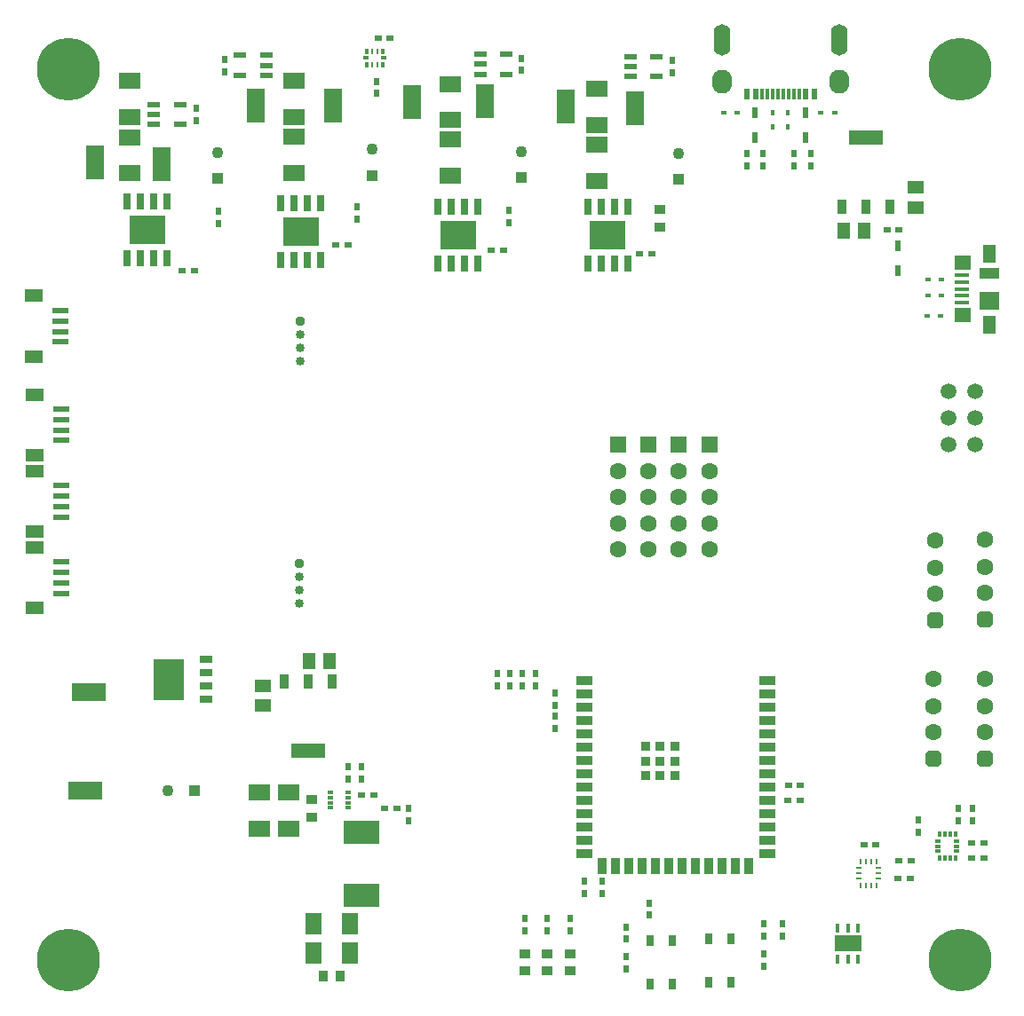
<source format=gbr>
%TF.GenerationSoftware,Altium Limited,Altium Designer,21.7.2 (23)*%
G04 Layer_Color=255*
%FSLAX24Y24*%
%MOIN*%
%TF.SameCoordinates,F115D885-3665-466D-A638-D1939FCD3409*%
%TF.FilePolarity,Positive*%
%TF.FileFunction,Pads,Top*%
%TF.Part,Single*%
G01*
G75*
%TA.AperFunction,SMDPad,CuDef*%
%ADD10R,0.0250X0.0236*%
%ADD11R,0.0236X0.0250*%
%ADD12R,0.0472X0.0236*%
%ADD13R,0.0787X0.0600*%
%TA.AperFunction,BGAPad,CuDef*%
%ADD14R,0.0354X0.0354*%
%TA.AperFunction,SMDPad,CuDef*%
%ADD15R,0.0591X0.0354*%
%ADD16R,0.0354X0.0591*%
%ADD17R,0.0472X0.0256*%
%ADD18R,0.1181X0.1575*%
%ADD19R,0.0394X0.0380*%
%TA.AperFunction,ConnectorPad*%
%ADD20R,0.0630X0.0236*%
%ADD21R,0.0709X0.0472*%
%TA.AperFunction,SMDPad,CuDef*%
%ADD22R,0.0118X0.0226*%
%ADD23R,0.0098X0.0226*%
%ADD24R,0.0248X0.0138*%
%ADD25R,0.0709X0.1260*%
%ADD26R,0.1339X0.1067*%
%ADD27R,0.0256X0.0600*%
%ADD28R,0.0118X0.0433*%
%ADD29R,0.0236X0.0433*%
%ADD30R,0.0177X0.0335*%
%ADD31R,0.0984X0.0630*%
%ADD32R,0.0098X0.0187*%
%ADD33R,0.0187X0.0098*%
%ADD34R,0.0236X0.0118*%
%ADD35R,0.0118X0.0236*%
%ADD36R,0.0600X0.0787*%
%ADD37R,0.0187X0.0118*%
%ADD38R,0.1378X0.0906*%
%ADD39R,0.1260X0.0709*%
%ADD40R,0.0374X0.0571*%
%ADD41R,0.1280X0.0571*%
%ADD42R,0.0591X0.0450*%
%ADD43R,0.0189X0.0157*%
%ADD44R,0.0197X0.0423*%
%ADD45R,0.0543X0.0177*%
%ADD46R,0.0610X0.0561*%
%ADD47R,0.0512X0.0650*%
%ADD48R,0.0748X0.0709*%
%ADD49R,0.0748X0.0394*%
%ADD50R,0.0256X0.0413*%
%TA.AperFunction,ConnectorPad*%
%ADD51R,0.0256X0.0413*%
%TA.AperFunction,SMDPad,CuDef*%
%ADD52R,0.0157X0.0189*%
%ADD53R,0.0450X0.0591*%
%ADD54R,0.0380X0.0394*%
%TA.AperFunction,ComponentPad*%
%ADD59C,0.0591*%
%ADD60C,0.0630*%
%ADD61R,0.0630X0.0630*%
%ADD62C,0.0433*%
%ADD63R,0.0433X0.0433*%
%ADD64O,0.0630X0.1181*%
%ADD65O,0.0748X0.0898*%
G04:AMPARAMS|DCode=66|XSize=33.5mil|YSize=33.5mil|CornerRadius=0mil|HoleSize=0mil|Usage=FLASHONLY|Rotation=270.000|XOffset=0mil|YOffset=0mil|HoleType=Round|Shape=Octagon|*
%AMOCTAGOND66*
4,1,8,-0.0084,-0.0167,0.0084,-0.0167,0.0167,-0.0084,0.0167,0.0084,0.0084,0.0167,-0.0084,0.0167,-0.0167,0.0084,-0.0167,-0.0084,-0.0084,-0.0167,0.0*
%
%ADD66OCTAGOND66*%

%ADD67C,0.0335*%
G04:AMPARAMS|DCode=68|XSize=63mil|YSize=63mil|CornerRadius=0mil|HoleSize=0mil|Usage=FLASHONLY|Rotation=90.000|XOffset=0mil|YOffset=0mil|HoleType=Round|Shape=Octagon|*
%AMOCTAGOND68*
4,1,8,0.0157,0.0315,-0.0157,0.0315,-0.0315,0.0157,-0.0315,-0.0157,-0.0157,-0.0315,0.0157,-0.0315,0.0315,-0.0157,0.0315,0.0157,0.0157,0.0315,0.0*
%
%ADD68OCTAGOND68*%

%TA.AperFunction,ViaPad*%
%ADD69C,0.2362*%
%TA.AperFunction,ComponentPad*%
%ADD70R,0.0433X0.0433*%
D10*
X32277Y6299D02*
D03*
X31817D02*
D03*
X33123Y5709D02*
D03*
X33583D02*
D03*
X33576Y5039D02*
D03*
X33116D02*
D03*
X29443Y8543D02*
D03*
X28983D02*
D03*
X29436Y7992D02*
D03*
X28976D02*
D03*
X14049Y36614D02*
D03*
X13589D02*
D03*
X6233Y27874D02*
D03*
X6693D02*
D03*
X11994Y28858D02*
D03*
X12454D02*
D03*
X17827Y28661D02*
D03*
X18287D02*
D03*
X23412Y28504D02*
D03*
X23872D02*
D03*
X33143Y29409D02*
D03*
X32683D02*
D03*
X36326Y6378D02*
D03*
X35866D02*
D03*
X36326Y5827D02*
D03*
X35866D02*
D03*
X13419Y8189D02*
D03*
X12959D02*
D03*
X13825Y7677D02*
D03*
X14285D02*
D03*
D11*
X33858Y7232D02*
D03*
Y6772D02*
D03*
X24646Y35321D02*
D03*
Y35781D02*
D03*
X18976Y35400D02*
D03*
Y35860D02*
D03*
X7835Y35821D02*
D03*
Y35361D02*
D03*
X28780Y3340D02*
D03*
Y2880D02*
D03*
X19094Y3537D02*
D03*
Y3077D02*
D03*
X19921Y3537D02*
D03*
Y3077D02*
D03*
X20787Y3531D02*
D03*
Y3071D02*
D03*
X13543Y34534D02*
D03*
Y34994D02*
D03*
X7598Y30112D02*
D03*
Y29652D02*
D03*
X12815Y30269D02*
D03*
Y29809D02*
D03*
X18484Y30151D02*
D03*
Y29691D02*
D03*
X6772Y33510D02*
D03*
Y33970D02*
D03*
X23775Y4126D02*
D03*
Y3666D02*
D03*
X28071Y2199D02*
D03*
Y1739D02*
D03*
Y2880D02*
D03*
Y3340D02*
D03*
X22908Y2767D02*
D03*
Y3227D02*
D03*
Y2118D02*
D03*
Y1658D02*
D03*
X27441Y32277D02*
D03*
Y31817D02*
D03*
X29843Y32277D02*
D03*
Y31817D02*
D03*
X20236Y11542D02*
D03*
Y12002D02*
D03*
Y11136D02*
D03*
Y10676D02*
D03*
X19488Y12290D02*
D03*
Y12750D02*
D03*
X19016Y12290D02*
D03*
Y12750D02*
D03*
X18543D02*
D03*
Y12290D02*
D03*
X18071D02*
D03*
Y12750D02*
D03*
X28031Y31817D02*
D03*
Y32277D02*
D03*
X29213Y31817D02*
D03*
Y32277D02*
D03*
X21339Y4494D02*
D03*
Y4954D02*
D03*
X22008D02*
D03*
Y4494D02*
D03*
X35354Y7671D02*
D03*
Y7211D02*
D03*
X35906Y7671D02*
D03*
Y7211D02*
D03*
X14724Y7211D02*
D03*
Y7671D02*
D03*
X12953Y8792D02*
D03*
Y9252D02*
D03*
X12480Y8792D02*
D03*
Y9252D02*
D03*
D12*
X24035Y35925D02*
D03*
Y35177D02*
D03*
X23051D02*
D03*
Y35551D02*
D03*
Y35925D02*
D03*
X18406Y36004D02*
D03*
Y35256D02*
D03*
X17421D02*
D03*
Y35630D02*
D03*
Y36004D02*
D03*
X8406Y35217D02*
D03*
Y35965D02*
D03*
X9390D02*
D03*
Y35591D02*
D03*
Y35217D02*
D03*
X6161Y34114D02*
D03*
Y33366D02*
D03*
X5177D02*
D03*
Y33740D02*
D03*
Y34114D02*
D03*
D13*
X21811Y32620D02*
D03*
Y31260D02*
D03*
X16299Y32806D02*
D03*
Y31446D02*
D03*
X10433Y32913D02*
D03*
Y31553D02*
D03*
X4252Y32895D02*
D03*
Y31535D02*
D03*
X10433Y33651D02*
D03*
Y35011D02*
D03*
X16299Y33533D02*
D03*
Y34893D02*
D03*
X4252Y33651D02*
D03*
Y35011D02*
D03*
X21811Y33346D02*
D03*
Y34706D02*
D03*
X9134Y6918D02*
D03*
Y8278D02*
D03*
X10236Y6918D02*
D03*
Y8278D02*
D03*
D14*
X24173Y10000D02*
D03*
X24724D02*
D03*
Y9449D02*
D03*
Y8898D02*
D03*
X24173D02*
D03*
X23622D02*
D03*
Y9449D02*
D03*
Y10000D02*
D03*
X24173Y9449D02*
D03*
D15*
X28209Y12488D02*
D03*
Y11988D02*
D03*
Y11488D02*
D03*
Y10988D02*
D03*
Y10488D02*
D03*
Y9988D02*
D03*
Y9488D02*
D03*
Y8988D02*
D03*
Y8488D02*
D03*
Y7988D02*
D03*
Y7488D02*
D03*
Y6988D02*
D03*
Y6488D02*
D03*
Y5988D02*
D03*
X21319D02*
D03*
Y6488D02*
D03*
Y6988D02*
D03*
Y7488D02*
D03*
Y7988D02*
D03*
Y8488D02*
D03*
Y8988D02*
D03*
Y9488D02*
D03*
Y9988D02*
D03*
Y10488D02*
D03*
Y10988D02*
D03*
Y11488D02*
D03*
Y11988D02*
D03*
Y12488D02*
D03*
D16*
X27514Y5496D02*
D03*
X27014D02*
D03*
X26514D02*
D03*
X26014D02*
D03*
X25514D02*
D03*
X25014D02*
D03*
X24514D02*
D03*
X24014D02*
D03*
X23514D02*
D03*
X23014D02*
D03*
X22514D02*
D03*
X22014D02*
D03*
D17*
X7130Y11770D02*
D03*
Y12270D02*
D03*
Y12770D02*
D03*
Y13270D02*
D03*
D18*
X5748Y12520D02*
D03*
D19*
X20787Y1570D02*
D03*
Y2210D02*
D03*
X24154Y30163D02*
D03*
Y29523D02*
D03*
X19921Y1570D02*
D03*
Y2210D02*
D03*
X19094D02*
D03*
Y1570D02*
D03*
X11102Y7357D02*
D03*
Y7997D02*
D03*
D20*
X1654Y25984D02*
D03*
Y25197D02*
D03*
Y25591D02*
D03*
Y26378D02*
D03*
X1693Y22283D02*
D03*
Y21496D02*
D03*
Y21890D02*
D03*
Y22677D02*
D03*
Y19409D02*
D03*
Y18622D02*
D03*
Y19016D02*
D03*
Y19803D02*
D03*
Y16535D02*
D03*
Y15748D02*
D03*
Y16142D02*
D03*
Y16929D02*
D03*
D21*
X669Y26929D02*
D03*
Y24646D02*
D03*
X709Y23228D02*
D03*
Y20945D02*
D03*
Y20354D02*
D03*
Y18071D02*
D03*
Y17480D02*
D03*
Y15197D02*
D03*
D22*
X13760Y36117D02*
D03*
X13169D02*
D03*
Y35615D02*
D03*
X13760D02*
D03*
D23*
X13563Y36117D02*
D03*
X13366D02*
D03*
Y35615D02*
D03*
X13563D02*
D03*
D24*
X13126Y35866D02*
D03*
X13803D02*
D03*
D25*
X14882Y34213D02*
D03*
X11890Y34094D02*
D03*
X9016D02*
D03*
X2953Y31929D02*
D03*
X17598Y34252D02*
D03*
X5472Y31890D02*
D03*
X20630Y34055D02*
D03*
X23228Y33976D02*
D03*
D26*
X16594Y29213D02*
D03*
X4921Y29409D02*
D03*
X10689Y29331D02*
D03*
X22209Y29215D02*
D03*
D27*
X15844Y30280D02*
D03*
X16344D02*
D03*
X16844D02*
D03*
X17344D02*
D03*
Y28145D02*
D03*
X16844D02*
D03*
X16344D02*
D03*
X15844D02*
D03*
X4171Y30477D02*
D03*
X4671D02*
D03*
X5171D02*
D03*
X5671D02*
D03*
Y28342D02*
D03*
X5171D02*
D03*
X4671D02*
D03*
X4171D02*
D03*
X9939Y30398D02*
D03*
X10439D02*
D03*
X10939D02*
D03*
X11439D02*
D03*
Y28263D02*
D03*
X10939D02*
D03*
X10439D02*
D03*
X9939D02*
D03*
X21459Y30283D02*
D03*
X21959D02*
D03*
X22459D02*
D03*
X22959D02*
D03*
Y28147D02*
D03*
X22459D02*
D03*
X21959D02*
D03*
X21459D02*
D03*
D28*
X29390Y34528D02*
D03*
X28996D02*
D03*
X28406D02*
D03*
X28012D02*
D03*
X28209D02*
D03*
X28602D02*
D03*
X28799D02*
D03*
X29193D02*
D03*
D29*
X27441D02*
D03*
X27756D02*
D03*
X29646D02*
D03*
X29961D02*
D03*
D30*
X30827Y2028D02*
D03*
X31220D02*
D03*
X31614D02*
D03*
Y3169D02*
D03*
X31220D02*
D03*
X30827D02*
D03*
D31*
X31220Y2598D02*
D03*
D32*
X31713Y4778D02*
D03*
X31909D02*
D03*
X32106D02*
D03*
X32303D02*
D03*
Y5694D02*
D03*
X32106D02*
D03*
X31909D02*
D03*
X31713D02*
D03*
D33*
X32367Y5039D02*
D03*
Y5236D02*
D03*
Y5433D02*
D03*
X31648D02*
D03*
Y5236D02*
D03*
Y5039D02*
D03*
D34*
X34606Y6063D02*
D03*
Y6260D02*
D03*
Y6457D02*
D03*
X35315D02*
D03*
Y6260D02*
D03*
Y6063D02*
D03*
D35*
X34665Y6713D02*
D03*
X34862D02*
D03*
X35059D02*
D03*
X35256D02*
D03*
Y5807D02*
D03*
X35059D02*
D03*
X34862D02*
D03*
X34665D02*
D03*
D36*
X12530Y2244D02*
D03*
X11170D02*
D03*
Y3346D02*
D03*
X12530D02*
D03*
D37*
X12456Y8287D02*
D03*
Y8091D02*
D03*
Y7894D02*
D03*
Y7697D02*
D03*
X11796D02*
D03*
Y7894D02*
D03*
Y8091D02*
D03*
Y8287D02*
D03*
D38*
X12953Y6772D02*
D03*
Y4409D02*
D03*
D39*
X2598Y8346D02*
D03*
X2733Y12058D02*
D03*
D40*
X30988Y30276D02*
D03*
X31890D02*
D03*
X32791D02*
D03*
X11882Y12441D02*
D03*
X10980D02*
D03*
X10079D02*
D03*
D41*
X31890Y32874D02*
D03*
X10980Y9843D02*
D03*
D42*
X9252Y11535D02*
D03*
Y12295D02*
D03*
X33780Y30250D02*
D03*
Y31010D02*
D03*
D43*
X34189Y26181D02*
D03*
X34709D02*
D03*
X27071Y33819D02*
D03*
X26551D02*
D03*
X30213D02*
D03*
X30732D02*
D03*
X34748Y26929D02*
D03*
X34228D02*
D03*
X34748Y27559D02*
D03*
X34228D02*
D03*
D44*
X27717Y32889D02*
D03*
Y33804D02*
D03*
X33110Y27889D02*
D03*
Y28804D02*
D03*
X29646Y32889D02*
D03*
Y33804D02*
D03*
D45*
X35488Y26673D02*
D03*
Y26929D02*
D03*
Y27185D02*
D03*
Y27441D02*
D03*
Y27697D02*
D03*
D46*
X35522Y26206D02*
D03*
Y28164D02*
D03*
D47*
X36535Y25856D02*
D03*
Y28514D02*
D03*
D48*
Y26732D02*
D03*
D49*
Y27795D02*
D03*
D50*
X24631Y2705D02*
D03*
Y1072D02*
D03*
X23784Y2705D02*
D03*
Y1072D02*
D03*
D51*
X25994Y1152D02*
D03*
Y2785D02*
D03*
X26841Y1152D02*
D03*
Y2785D02*
D03*
D52*
X28976Y33803D02*
D03*
Y33283D02*
D03*
X28386Y33803D02*
D03*
Y33283D02*
D03*
D53*
X10998Y13228D02*
D03*
X11758D02*
D03*
X31837Y29370D02*
D03*
X31077D02*
D03*
D54*
X11530Y1378D02*
D03*
X12170D02*
D03*
D59*
X34984Y23362D02*
D03*
X35984D02*
D03*
X34984Y22362D02*
D03*
X35984D02*
D03*
X34984Y21362D02*
D03*
X35984D02*
D03*
D60*
X22598Y19386D02*
D03*
Y17402D02*
D03*
Y18386D02*
D03*
Y20354D02*
D03*
X23740Y19386D02*
D03*
Y17402D02*
D03*
Y18386D02*
D03*
Y20354D02*
D03*
X24882Y19386D02*
D03*
Y17402D02*
D03*
Y18386D02*
D03*
Y20354D02*
D03*
X26024Y19386D02*
D03*
Y17402D02*
D03*
Y18386D02*
D03*
Y20354D02*
D03*
X36378Y16732D02*
D03*
Y15764D02*
D03*
Y17764D02*
D03*
X34488Y16728D02*
D03*
Y15760D02*
D03*
Y17760D02*
D03*
X36378Y11520D02*
D03*
Y10551D02*
D03*
Y12551D02*
D03*
X34449Y11520D02*
D03*
Y10551D02*
D03*
Y12551D02*
D03*
D61*
X22598Y21354D02*
D03*
X23740D02*
D03*
X24882D02*
D03*
X26024D02*
D03*
D62*
X13366Y32441D02*
D03*
X18957Y32362D02*
D03*
X7559Y32323D02*
D03*
X24862Y32283D02*
D03*
X5709Y8346D02*
D03*
D63*
X13366Y31457D02*
D03*
X18957Y31378D02*
D03*
X7559Y31339D02*
D03*
X24862Y31299D02*
D03*
D64*
X26488Y36555D02*
D03*
X30913D02*
D03*
D65*
X26488Y34980D02*
D03*
X30913D02*
D03*
D66*
X10669Y25988D02*
D03*
X10630Y16892D02*
D03*
D67*
X10669Y25488D02*
D03*
Y24988D02*
D03*
Y24488D02*
D03*
X10630Y16392D02*
D03*
Y15892D02*
D03*
Y15392D02*
D03*
D68*
X36378Y14764D02*
D03*
X34488Y14760D02*
D03*
X36378Y9551D02*
D03*
X34449D02*
D03*
D69*
X35433Y1969D02*
D03*
X1969D02*
D03*
Y35433D02*
D03*
X35433D02*
D03*
D70*
X6693Y8346D02*
D03*
%TF.MD5,e2869acaf4aef6acb527f78a6e829eed*%
M02*

</source>
